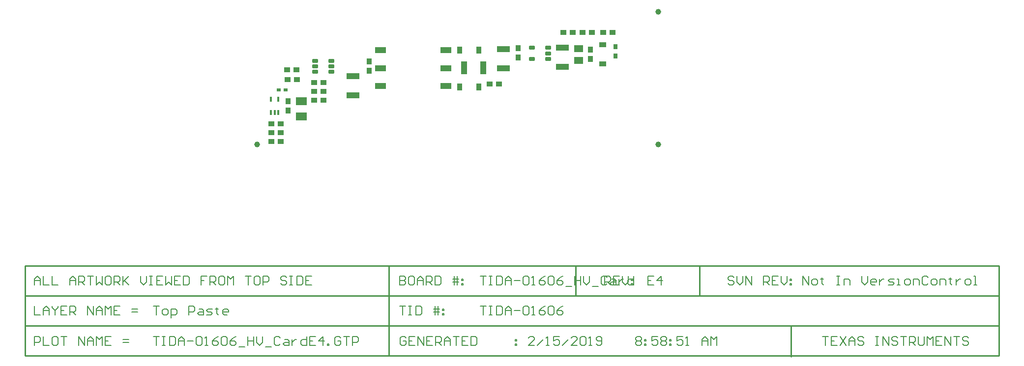
<source format=gtp>
G04*
G04 #@! TF.GenerationSoftware,Altium Limited,Altium Designer,18.1.9 (240)*
G04*
G04 Layer_Color=9021481*
%FSAX25Y25*%
%MOIN*%
G70*
G01*
G75*
%ADD10C,0.00800*%
%ADD21C,0.01000*%
%ADD22C,0.03937*%
%ADD23R,0.08661X0.04331*%
%ADD24R,0.03937X0.03740*%
%ADD25R,0.03740X0.03937*%
%ADD26R,0.06300X0.05000*%
%ADD27R,0.04331X0.08661*%
G04:AMPARAMS|DCode=28|XSize=31.5mil|YSize=29.53mil|CornerRadius=1.92mil|HoleSize=0mil|Usage=FLASHONLY|Rotation=90.000|XOffset=0mil|YOffset=0mil|HoleType=Round|Shape=RoundedRectangle|*
%AMROUNDEDRECTD28*
21,1,0.03150,0.02569,0,0,90.0*
21,1,0.02766,0.02953,0,0,90.0*
1,1,0.00384,0.01284,0.01383*
1,1,0.00384,0.01284,-0.01383*
1,1,0.00384,-0.01284,-0.01383*
1,1,0.00384,-0.01284,0.01383*
%
%ADD28ROUNDEDRECTD28*%
%ADD29R,0.04803X0.03602*%
%ADD30R,0.07480X0.04488*%
G04:AMPARAMS|DCode=31|XSize=23.62mil|YSize=39.37mil|CornerRadius=2.01mil|HoleSize=0mil|Usage=FLASHONLY|Rotation=270.000|XOffset=0mil|YOffset=0mil|HoleType=Round|Shape=RoundedRectangle|*
%AMROUNDEDRECTD31*
21,1,0.02362,0.03535,0,0,270.0*
21,1,0.01961,0.03937,0,0,270.0*
1,1,0.00402,-0.01768,-0.00980*
1,1,0.00402,-0.01768,0.00980*
1,1,0.00402,0.01768,0.00980*
1,1,0.00402,0.01768,-0.00980*
%
%ADD31ROUNDEDRECTD31*%
G04:AMPARAMS|DCode=32|XSize=70.87mil|YSize=55.12mil|CornerRadius=1.93mil|HoleSize=0mil|Usage=FLASHONLY|Rotation=0.000|XOffset=0mil|YOffset=0mil|HoleType=Round|Shape=RoundedRectangle|*
%AMROUNDEDRECTD32*
21,1,0.07087,0.05126,0,0,0.0*
21,1,0.06701,0.05512,0,0,0.0*
1,1,0.00386,0.03350,-0.02563*
1,1,0.00386,-0.03350,-0.02563*
1,1,0.00386,-0.03350,0.02563*
1,1,0.00386,0.03350,0.02563*
%
%ADD32ROUNDEDRECTD32*%
%ADD33R,0.03150X0.02362*%
G04:AMPARAMS|DCode=34|XSize=15.75mil|YSize=33.47mil|CornerRadius=1.97mil|HoleSize=0mil|Usage=FLASHONLY|Rotation=180.000|XOffset=0mil|YOffset=0mil|HoleType=Round|Shape=RoundedRectangle|*
%AMROUNDEDRECTD34*
21,1,0.01575,0.02953,0,0,180.0*
21,1,0.01181,0.03347,0,0,180.0*
1,1,0.00394,-0.00591,0.01476*
1,1,0.00394,0.00591,0.01476*
1,1,0.00394,0.00591,-0.01476*
1,1,0.00394,-0.00591,-0.01476*
%
%ADD34ROUNDEDRECTD34*%
%ADD35R,0.03602X0.04803*%
G54D10*
X0126900Y0073549D02*
X0130899D01*
X0128899D01*
Y0067551D01*
X0133898D02*
X0135897D01*
X0136897Y0068550D01*
Y0070550D01*
X0135897Y0071549D01*
X0133898D01*
X0132898Y0070550D01*
Y0068550D01*
X0133898Y0067551D01*
X0138896Y0065551D02*
Y0071549D01*
X0141895D01*
X0142895Y0070550D01*
Y0068550D01*
X0141895Y0067551D01*
X0138896D01*
X0150892D02*
Y0073549D01*
X0153891D01*
X0154891Y0072549D01*
Y0070550D01*
X0153891Y0069550D01*
X0150892D01*
X0157890Y0071549D02*
X0159889D01*
X0160889Y0070550D01*
Y0067551D01*
X0157890D01*
X0156890Y0068550D01*
X0157890Y0069550D01*
X0160889D01*
X0162888Y0067551D02*
X0165887D01*
X0166887Y0068550D01*
X0165887Y0069550D01*
X0163888D01*
X0162888Y0070550D01*
X0163888Y0071549D01*
X0166887D01*
X0169886Y0072549D02*
Y0071549D01*
X0168886D01*
X0170886D01*
X0169886D01*
Y0068550D01*
X0170886Y0067551D01*
X0176884D02*
X0174884D01*
X0173885Y0068550D01*
Y0070550D01*
X0174884Y0071549D01*
X0176884D01*
X0177884Y0070550D01*
Y0069550D01*
X0173885D01*
X0348550Y0073498D02*
X0352549D01*
X0350549D01*
Y0067500D01*
X0354548Y0073498D02*
X0356547D01*
X0355548D01*
Y0067500D01*
X0354548D01*
X0356547D01*
X0359546Y0073498D02*
Y0067500D01*
X0362545D01*
X0363545Y0068500D01*
Y0072498D01*
X0362545Y0073498D01*
X0359546D01*
X0365545Y0067500D02*
Y0071499D01*
X0367544Y0073498D01*
X0369543Y0071499D01*
Y0067500D01*
Y0070499D01*
X0365545D01*
X0371543D02*
X0375541D01*
X0377541Y0072498D02*
X0378540Y0073498D01*
X0380540D01*
X0381539Y0072498D01*
Y0068500D01*
X0380540Y0067500D01*
X0378540D01*
X0377541Y0068500D01*
Y0072498D01*
X0383539Y0067500D02*
X0385538D01*
X0384538D01*
Y0073498D01*
X0383539Y0072498D01*
X0392536Y0073498D02*
X0390536Y0072498D01*
X0388537Y0070499D01*
Y0068500D01*
X0389537Y0067500D01*
X0391536D01*
X0392536Y0068500D01*
Y0069499D01*
X0391536Y0070499D01*
X0388537D01*
X0394535Y0072498D02*
X0395535Y0073498D01*
X0397534D01*
X0398534Y0072498D01*
Y0068500D01*
X0397534Y0067500D01*
X0395535D01*
X0394535Y0068500D01*
Y0072498D01*
X0404532Y0073498D02*
X0402532Y0072498D01*
X0400533Y0070499D01*
Y0068500D01*
X0401533Y0067500D01*
X0403532D01*
X0404532Y0068500D01*
Y0069499D01*
X0403532Y0070499D01*
X0400533D01*
X0294000Y0073498D02*
X0297999D01*
X0295999D01*
Y0067500D01*
X0299998Y0073498D02*
X0301997D01*
X0300998D01*
Y0067500D01*
X0299998D01*
X0301997D01*
X0304996Y0073498D02*
Y0067500D01*
X0307996D01*
X0308995Y0068500D01*
Y0072498D01*
X0307996Y0073498D01*
X0304996D01*
X0317992Y0067500D02*
Y0073498D01*
X0319992D02*
Y0067500D01*
X0316993Y0071499D02*
X0319992D01*
X0320991D01*
X0316993Y0069499D02*
X0320991D01*
X0322991Y0071499D02*
X0323990D01*
Y0070499D01*
X0322991D01*
Y0071499D01*
Y0068500D02*
X0323990D01*
Y0067500D01*
X0322991D01*
Y0068500D01*
X0580500Y0052965D02*
X0584499D01*
X0582499D01*
Y0046966D01*
X0590497Y0052965D02*
X0586498D01*
Y0046966D01*
X0590497D01*
X0586498Y0049966D02*
X0588497D01*
X0592496Y0052965D02*
X0596495Y0046966D01*
Y0052965D02*
X0592496Y0046966D01*
X0598494D02*
Y0050965D01*
X0600493Y0052965D01*
X0602493Y0050965D01*
Y0046966D01*
Y0049966D01*
X0598494D01*
X0608491Y0051965D02*
X0607491Y0052965D01*
X0605492D01*
X0604492Y0051965D01*
Y0050965D01*
X0605492Y0049966D01*
X0607491D01*
X0608491Y0048966D01*
Y0047966D01*
X0607491Y0046966D01*
X0605492D01*
X0604492Y0047966D01*
X0616488Y0052965D02*
X0618488D01*
X0617488D01*
Y0046966D01*
X0616488D01*
X0618488D01*
X0621487D02*
Y0052965D01*
X0625486Y0046966D01*
Y0052965D01*
X0631484Y0051965D02*
X0630484Y0052965D01*
X0628484D01*
X0627485Y0051965D01*
Y0050965D01*
X0628484Y0049966D01*
X0630484D01*
X0631484Y0048966D01*
Y0047966D01*
X0630484Y0046966D01*
X0628484D01*
X0627485Y0047966D01*
X0633483Y0052965D02*
X0637482D01*
X0635482D01*
Y0046966D01*
X0639481D02*
Y0052965D01*
X0642480D01*
X0643480Y0051965D01*
Y0049966D01*
X0642480Y0048966D01*
X0639481D01*
X0641480D02*
X0643480Y0046966D01*
X0645479Y0052965D02*
Y0047966D01*
X0646479Y0046966D01*
X0648478D01*
X0649478Y0047966D01*
Y0052965D01*
X0651477Y0046966D02*
Y0052965D01*
X0653476Y0050965D01*
X0655476Y0052965D01*
Y0046966D01*
X0661474Y0052965D02*
X0657475D01*
Y0046966D01*
X0661474D01*
X0657475Y0049966D02*
X0659474D01*
X0663473Y0046966D02*
Y0052965D01*
X0667472Y0046966D01*
Y0052965D01*
X0669471D02*
X0673470D01*
X0671471D01*
Y0046966D01*
X0679468Y0051965D02*
X0678468Y0052965D01*
X0676469D01*
X0675469Y0051965D01*
Y0050965D01*
X0676469Y0049966D01*
X0678468D01*
X0679468Y0048966D01*
Y0047966D01*
X0678468Y0046966D01*
X0676469D01*
X0675469Y0047966D01*
X0454050Y0051965D02*
X0455050Y0052965D01*
X0457049D01*
X0458049Y0051965D01*
Y0050965D01*
X0457049Y0049966D01*
X0458049Y0048966D01*
Y0047966D01*
X0457049Y0046966D01*
X0455050D01*
X0454050Y0047966D01*
Y0048966D01*
X0455050Y0049966D01*
X0454050Y0050965D01*
Y0051965D01*
X0455050Y0049966D02*
X0457049D01*
X0460048Y0050965D02*
X0461048D01*
Y0049966D01*
X0460048D01*
Y0050965D01*
Y0047966D02*
X0461048D01*
Y0046966D01*
X0460048D01*
Y0047966D01*
X0469045Y0052965D02*
X0465046D01*
Y0049966D01*
X0467046Y0050965D01*
X0468046D01*
X0469045Y0049966D01*
Y0047966D01*
X0468046Y0046966D01*
X0466046D01*
X0465046Y0047966D01*
X0471044Y0051965D02*
X0472044Y0052965D01*
X0474044D01*
X0475043Y0051965D01*
Y0050965D01*
X0474044Y0049966D01*
X0475043Y0048966D01*
Y0047966D01*
X0474044Y0046966D01*
X0472044D01*
X0471044Y0047966D01*
Y0048966D01*
X0472044Y0049966D01*
X0471044Y0050965D01*
Y0051965D01*
X0472044Y0049966D02*
X0474044D01*
X0477043Y0050965D02*
X0478042D01*
Y0049966D01*
X0477043D01*
Y0050965D01*
Y0047966D02*
X0478042D01*
Y0046966D01*
X0477043D01*
Y0047966D01*
X0486040Y0052965D02*
X0482041D01*
Y0049966D01*
X0484040Y0050965D01*
X0485040D01*
X0486040Y0049966D01*
Y0047966D01*
X0485040Y0046966D01*
X0483041D01*
X0482041Y0047966D01*
X0488039Y0046966D02*
X0490038D01*
X0489039D01*
Y0052965D01*
X0488039Y0051965D01*
X0499035Y0046966D02*
Y0050965D01*
X0501035Y0052965D01*
X0503034Y0050965D01*
Y0046966D01*
Y0049966D01*
X0499035D01*
X0505033Y0046966D02*
Y0052965D01*
X0507033Y0050965D01*
X0509032Y0052965D01*
Y0046966D01*
X0046350D02*
Y0052965D01*
X0049349D01*
X0050349Y0051965D01*
Y0049966D01*
X0049349Y0048966D01*
X0046350D01*
X0052348Y0052965D02*
Y0046966D01*
X0056347D01*
X0061345Y0052965D02*
X0059346D01*
X0058346Y0051965D01*
Y0047966D01*
X0059346Y0046966D01*
X0061345D01*
X0062345Y0047966D01*
Y0051965D01*
X0061345Y0052965D01*
X0064344D02*
X0068343D01*
X0066343D01*
Y0046966D01*
X0076340D02*
Y0052965D01*
X0080339Y0046966D01*
Y0052965D01*
X0082338Y0046966D02*
Y0050965D01*
X0084338Y0052965D01*
X0086337Y0050965D01*
Y0046966D01*
Y0049966D01*
X0082338D01*
X0088336Y0046966D02*
Y0052965D01*
X0090336Y0050965D01*
X0092335Y0052965D01*
Y0046966D01*
X0098333Y0052965D02*
X0094335D01*
Y0046966D01*
X0098333D01*
X0094335Y0049966D02*
X0096334D01*
X0106331Y0048966D02*
X0110329D01*
X0106331Y0050965D02*
X0110329D01*
X0046350Y0073549D02*
Y0067551D01*
X0050349D01*
X0052348D02*
Y0071549D01*
X0054347Y0073549D01*
X0056347Y0071549D01*
Y0067551D01*
Y0070550D01*
X0052348D01*
X0058346Y0073549D02*
Y0072549D01*
X0060346Y0070550D01*
X0062345Y0072549D01*
Y0073549D01*
X0060346Y0070550D02*
Y0067551D01*
X0068343Y0073549D02*
X0064344D01*
Y0067551D01*
X0068343D01*
X0064344Y0070550D02*
X0066343D01*
X0070342Y0067551D02*
Y0073549D01*
X0073341D01*
X0074341Y0072549D01*
Y0070550D01*
X0073341Y0069550D01*
X0070342D01*
X0072342D02*
X0074341Y0067551D01*
X0082338D02*
Y0073549D01*
X0086337Y0067551D01*
Y0073549D01*
X0088336Y0067551D02*
Y0071549D01*
X0090336Y0073549D01*
X0092335Y0071549D01*
Y0067551D01*
Y0070550D01*
X0088336D01*
X0094335Y0067551D02*
Y0073549D01*
X0096334Y0071549D01*
X0098333Y0073549D01*
Y0067551D01*
X0104331Y0073549D02*
X0100332D01*
Y0067551D01*
X0104331D01*
X0100332Y0070550D02*
X0102332D01*
X0112329Y0069550D02*
X0116327D01*
X0112329Y0071549D02*
X0116327D01*
X0294000Y0093831D02*
Y0087833D01*
X0296999D01*
X0297999Y0088833D01*
Y0089833D01*
X0296999Y0090832D01*
X0294000D01*
X0296999D01*
X0297999Y0091832D01*
Y0092832D01*
X0296999Y0093831D01*
X0294000D01*
X0302997D02*
X0300998D01*
X0299998Y0092832D01*
Y0088833D01*
X0300998Y0087833D01*
X0302997D01*
X0303997Y0088833D01*
Y0092832D01*
X0302997Y0093831D01*
X0305996Y0087833D02*
Y0091832D01*
X0307996Y0093831D01*
X0309995Y0091832D01*
Y0087833D01*
Y0090832D01*
X0305996D01*
X0311994Y0087833D02*
Y0093831D01*
X0314993D01*
X0315993Y0092832D01*
Y0090832D01*
X0314993Y0089833D01*
X0311994D01*
X0313994D02*
X0315993Y0087833D01*
X0317992Y0093831D02*
Y0087833D01*
X0320991D01*
X0321991Y0088833D01*
Y0092832D01*
X0320991Y0093831D01*
X0317992D01*
X0330988Y0087833D02*
Y0093831D01*
X0332987D02*
Y0087833D01*
X0329988Y0091832D02*
X0332987D01*
X0333987D01*
X0329988Y0089833D02*
X0333987D01*
X0335986Y0091832D02*
X0336986D01*
Y0090832D01*
X0335986D01*
Y0091832D01*
Y0088833D02*
X0336986D01*
Y0087833D01*
X0335986D01*
Y0088833D01*
X0348550Y0093831D02*
X0352549D01*
X0350549D01*
Y0087833D01*
X0354548Y0093831D02*
X0356547D01*
X0355548D01*
Y0087833D01*
X0354548D01*
X0356547D01*
X0359546Y0093831D02*
Y0087833D01*
X0362545D01*
X0363545Y0088833D01*
Y0092832D01*
X0362545Y0093831D01*
X0359546D01*
X0365545Y0087833D02*
Y0091832D01*
X0367544Y0093831D01*
X0369543Y0091832D01*
Y0087833D01*
Y0090832D01*
X0365545D01*
X0371543D02*
X0375541D01*
X0377541Y0092832D02*
X0378540Y0093831D01*
X0380540D01*
X0381539Y0092832D01*
Y0088833D01*
X0380540Y0087833D01*
X0378540D01*
X0377541Y0088833D01*
Y0092832D01*
X0383539Y0087833D02*
X0385538D01*
X0384538D01*
Y0093831D01*
X0383539Y0092832D01*
X0392536Y0093831D02*
X0390536Y0092832D01*
X0388537Y0090832D01*
Y0088833D01*
X0389537Y0087833D01*
X0391536D01*
X0392536Y0088833D01*
Y0089833D01*
X0391536Y0090832D01*
X0388537D01*
X0394535Y0092832D02*
X0395535Y0093831D01*
X0397534D01*
X0398534Y0092832D01*
Y0088833D01*
X0397534Y0087833D01*
X0395535D01*
X0394535Y0088833D01*
Y0092832D01*
X0404532Y0093831D02*
X0402532Y0092832D01*
X0400533Y0090832D01*
Y0088833D01*
X0401533Y0087833D01*
X0403532D01*
X0404532Y0088833D01*
Y0089833D01*
X0403532Y0090832D01*
X0400533D01*
X0406531Y0086834D02*
X0410530D01*
X0412529Y0093831D02*
Y0087833D01*
Y0090832D01*
X0416528D01*
Y0093831D01*
Y0087833D01*
X0418527Y0093831D02*
Y0089833D01*
X0420527Y0087833D01*
X0422526Y0089833D01*
Y0093831D01*
X0424525Y0086834D02*
X0428524D01*
X0434522Y0092832D02*
X0433523Y0093831D01*
X0431523D01*
X0430523Y0092832D01*
Y0088833D01*
X0431523Y0087833D01*
X0433523D01*
X0434522Y0088833D01*
X0437521Y0091832D02*
X0439521D01*
X0440520Y0090832D01*
Y0087833D01*
X0437521D01*
X0436521Y0088833D01*
X0437521Y0089833D01*
X0440520D01*
X0442520Y0091832D02*
Y0087833D01*
Y0089833D01*
X0443519Y0090832D01*
X0444519Y0091832D01*
X0445519D01*
X0452516Y0093831D02*
Y0087833D01*
X0449517D01*
X0448518Y0088833D01*
Y0090832D01*
X0449517Y0091832D01*
X0452516D01*
X0466149Y0093831D02*
X0462150D01*
Y0087833D01*
X0466149D01*
X0462150Y0090832D02*
X0464149D01*
X0471147Y0087833D02*
Y0093831D01*
X0468148Y0090832D01*
X0472147D01*
X0046350Y0087833D02*
Y0091832D01*
X0048349Y0093831D01*
X0050349Y0091832D01*
Y0087833D01*
Y0090832D01*
X0046350D01*
X0052348Y0093831D02*
Y0087833D01*
X0056347D01*
X0058346Y0093831D02*
Y0087833D01*
X0062345D01*
X0070342D02*
Y0091832D01*
X0072342Y0093831D01*
X0074341Y0091832D01*
Y0087833D01*
Y0090832D01*
X0070342D01*
X0076340Y0087833D02*
Y0093831D01*
X0079339D01*
X0080339Y0092832D01*
Y0090832D01*
X0079339Y0089833D01*
X0076340D01*
X0078340D02*
X0080339Y0087833D01*
X0082338Y0093831D02*
X0086337D01*
X0084338D01*
Y0087833D01*
X0088336Y0093831D02*
Y0087833D01*
X0090336Y0089833D01*
X0092335Y0087833D01*
Y0093831D01*
X0097334D02*
X0095334D01*
X0094335Y0092832D01*
Y0088833D01*
X0095334Y0087833D01*
X0097334D01*
X0098333Y0088833D01*
Y0092832D01*
X0097334Y0093831D01*
X0100332Y0087833D02*
Y0093831D01*
X0103332D01*
X0104331Y0092832D01*
Y0090832D01*
X0103332Y0089833D01*
X0100332D01*
X0102332D02*
X0104331Y0087833D01*
X0106331Y0093831D02*
Y0087833D01*
Y0089833D01*
X0110329Y0093831D01*
X0107330Y0090832D01*
X0110329Y0087833D01*
X0118327Y0093831D02*
Y0089833D01*
X0120326Y0087833D01*
X0122325Y0089833D01*
Y0093831D01*
X0124325D02*
X0126324D01*
X0125324D01*
Y0087833D01*
X0124325D01*
X0126324D01*
X0133322Y0093831D02*
X0129323D01*
Y0087833D01*
X0133322D01*
X0129323Y0090832D02*
X0131323D01*
X0135321Y0093831D02*
Y0087833D01*
X0137321Y0089833D01*
X0139320Y0087833D01*
Y0093831D01*
X0145318D02*
X0141319D01*
Y0087833D01*
X0145318D01*
X0141319Y0090832D02*
X0143319D01*
X0147317Y0093831D02*
Y0087833D01*
X0150316D01*
X0151316Y0088833D01*
Y0092832D01*
X0150316Y0093831D01*
X0147317D01*
X0163312D02*
X0159313D01*
Y0090832D01*
X0161313D01*
X0159313D01*
Y0087833D01*
X0165312D02*
Y0093831D01*
X0168310D01*
X0169310Y0092832D01*
Y0090832D01*
X0168310Y0089833D01*
X0165312D01*
X0167311D02*
X0169310Y0087833D01*
X0174309Y0093831D02*
X0172309D01*
X0171310Y0092832D01*
Y0088833D01*
X0172309Y0087833D01*
X0174309D01*
X0175308Y0088833D01*
Y0092832D01*
X0174309Y0093831D01*
X0177308Y0087833D02*
Y0093831D01*
X0179307Y0091832D01*
X0181306Y0093831D01*
Y0087833D01*
X0189304Y0093831D02*
X0193303D01*
X0191303D01*
Y0087833D01*
X0198301Y0093831D02*
X0196301D01*
X0195302Y0092832D01*
Y0088833D01*
X0196301Y0087833D01*
X0198301D01*
X0199301Y0088833D01*
Y0092832D01*
X0198301Y0093831D01*
X0201300Y0087833D02*
Y0093831D01*
X0204299D01*
X0205299Y0092832D01*
Y0090832D01*
X0204299Y0089833D01*
X0201300D01*
X0217295Y0092832D02*
X0216295Y0093831D01*
X0214296D01*
X0213296Y0092832D01*
Y0091832D01*
X0214296Y0090832D01*
X0216295D01*
X0217295Y0089833D01*
Y0088833D01*
X0216295Y0087833D01*
X0214296D01*
X0213296Y0088833D01*
X0219294Y0093831D02*
X0221293D01*
X0220294D01*
Y0087833D01*
X0219294D01*
X0221293D01*
X0224292Y0093831D02*
Y0087833D01*
X0227291D01*
X0228291Y0088833D01*
Y0092832D01*
X0227291Y0093831D01*
X0224292D01*
X0234289D02*
X0230291D01*
Y0087833D01*
X0234289D01*
X0230291Y0090832D02*
X0232290D01*
X0298199Y0051965D02*
X0297199Y0052965D01*
X0295200D01*
X0294200Y0051965D01*
Y0047966D01*
X0295200Y0046966D01*
X0297199D01*
X0298199Y0047966D01*
Y0049966D01*
X0296199D01*
X0304197Y0052965D02*
X0300198D01*
Y0046966D01*
X0304197D01*
X0300198Y0049966D02*
X0302197D01*
X0306196Y0046966D02*
Y0052965D01*
X0310195Y0046966D01*
Y0052965D01*
X0316193D02*
X0312194D01*
Y0046966D01*
X0316193D01*
X0312194Y0049966D02*
X0314194D01*
X0318192Y0046966D02*
Y0052965D01*
X0321191D01*
X0322191Y0051965D01*
Y0049966D01*
X0321191Y0048966D01*
X0318192D01*
X0320192D02*
X0322191Y0046966D01*
X0324190D02*
Y0050965D01*
X0326190Y0052965D01*
X0328189Y0050965D01*
Y0046966D01*
Y0049966D01*
X0324190D01*
X0330188Y0052965D02*
X0334187D01*
X0332188D01*
Y0046966D01*
X0340185Y0052965D02*
X0336186D01*
Y0046966D01*
X0340185D01*
X0336186Y0049966D02*
X0338186D01*
X0342184Y0052965D02*
Y0046966D01*
X0345183D01*
X0346183Y0047966D01*
Y0051965D01*
X0345183Y0052965D01*
X0342184D01*
X0372175Y0050965D02*
X0373175D01*
Y0049966D01*
X0372175D01*
Y0050965D01*
Y0047966D02*
X0373175D01*
Y0046966D01*
X0372175D01*
Y0047966D01*
X0385149Y0046966D02*
X0381150D01*
X0385149Y0050965D01*
Y0051965D01*
X0384149Y0052965D01*
X0382150D01*
X0381150Y0051965D01*
X0387148Y0046966D02*
X0391147Y0050965D01*
X0393146Y0046966D02*
X0395146D01*
X0394146D01*
Y0052965D01*
X0393146Y0051965D01*
X0402143Y0052965D02*
X0398145D01*
Y0049966D01*
X0400144Y0050965D01*
X0401144D01*
X0402143Y0049966D01*
Y0047966D01*
X0401144Y0046966D01*
X0399144D01*
X0398145Y0047966D01*
X0404143Y0046966D02*
X0408141Y0050965D01*
X0414139Y0046966D02*
X0410141D01*
X0414139Y0050965D01*
Y0051965D01*
X0413140Y0052965D01*
X0411140D01*
X0410141Y0051965D01*
X0416139D02*
X0417138Y0052965D01*
X0419138D01*
X0420137Y0051965D01*
Y0047966D01*
X0419138Y0046966D01*
X0417138D01*
X0416139Y0047966D01*
Y0051965D01*
X0422137Y0046966D02*
X0424136D01*
X0423136D01*
Y0052965D01*
X0422137Y0051965D01*
X0427135Y0047966D02*
X0428135Y0046966D01*
X0430134D01*
X0431134Y0047966D01*
Y0051965D01*
X0430134Y0052965D01*
X0428135D01*
X0427135Y0051965D01*
Y0050965D01*
X0428135Y0049966D01*
X0431134D01*
X0126900Y0052965D02*
X0130899D01*
X0128899D01*
Y0046966D01*
X0132898Y0052965D02*
X0134897D01*
X0133898D01*
Y0046966D01*
X0132898D01*
X0134897D01*
X0137896Y0052965D02*
Y0046966D01*
X0140895D01*
X0141895Y0047966D01*
Y0051965D01*
X0140895Y0052965D01*
X0137896D01*
X0143895Y0046966D02*
Y0050965D01*
X0145894Y0052965D01*
X0147893Y0050965D01*
Y0046966D01*
Y0049966D01*
X0143895D01*
X0149893D02*
X0153891D01*
X0155891Y0051965D02*
X0156890Y0052965D01*
X0158890D01*
X0159889Y0051965D01*
Y0047966D01*
X0158890Y0046966D01*
X0156890D01*
X0155891Y0047966D01*
Y0051965D01*
X0161889Y0046966D02*
X0163888D01*
X0162888D01*
Y0052965D01*
X0161889Y0051965D01*
X0170886Y0052965D02*
X0168886Y0051965D01*
X0166887Y0049966D01*
Y0047966D01*
X0167887Y0046966D01*
X0169886D01*
X0170886Y0047966D01*
Y0048966D01*
X0169886Y0049966D01*
X0166887D01*
X0172885Y0051965D02*
X0173885Y0052965D01*
X0175884D01*
X0176884Y0051965D01*
Y0047966D01*
X0175884Y0046966D01*
X0173885D01*
X0172885Y0047966D01*
Y0051965D01*
X0182882Y0052965D02*
X0180883Y0051965D01*
X0178883Y0049966D01*
Y0047966D01*
X0179883Y0046966D01*
X0181882D01*
X0182882Y0047966D01*
Y0048966D01*
X0181882Y0049966D01*
X0178883D01*
X0184881Y0045967D02*
X0188880D01*
X0190879Y0052965D02*
Y0046966D01*
Y0049966D01*
X0194878D01*
Y0052965D01*
Y0046966D01*
X0196877Y0052965D02*
Y0048966D01*
X0198877Y0046966D01*
X0200876Y0048966D01*
Y0052965D01*
X0202875Y0045967D02*
X0206874D01*
X0212872Y0051965D02*
X0211873Y0052965D01*
X0209873D01*
X0208874Y0051965D01*
Y0047966D01*
X0209873Y0046966D01*
X0211873D01*
X0212872Y0047966D01*
X0215871Y0050965D02*
X0217871D01*
X0218870Y0049966D01*
Y0046966D01*
X0215871D01*
X0214872Y0047966D01*
X0215871Y0048966D01*
X0218870D01*
X0220870Y0050965D02*
Y0046966D01*
Y0048966D01*
X0221869Y0049966D01*
X0222869Y0050965D01*
X0223869D01*
X0230866Y0052965D02*
Y0046966D01*
X0227867D01*
X0226868Y0047966D01*
Y0049966D01*
X0227867Y0050965D01*
X0230866D01*
X0236864Y0052965D02*
X0232866D01*
Y0046966D01*
X0236864D01*
X0232866Y0049966D02*
X0234865D01*
X0241863Y0046966D02*
Y0052965D01*
X0238864Y0049966D01*
X0242863D01*
X0244862Y0046966D02*
Y0047966D01*
X0245862D01*
Y0046966D01*
X0244862D01*
X0253859Y0051965D02*
X0252859Y0052965D01*
X0250860D01*
X0249860Y0051965D01*
Y0047966D01*
X0250860Y0046966D01*
X0252859D01*
X0253859Y0047966D01*
Y0049966D01*
X0251860D01*
X0255858Y0052965D02*
X0259857D01*
X0257858D01*
Y0046966D01*
X0261856D02*
Y0052965D01*
X0264855D01*
X0265855Y0051965D01*
Y0049966D01*
X0264855Y0048966D01*
X0261856D01*
X0433000Y0087833D02*
Y0093831D01*
X0435999D01*
X0436999Y0092832D01*
Y0090832D01*
X0435999Y0089833D01*
X0433000D01*
X0434999D02*
X0436999Y0087833D01*
X0442997Y0093831D02*
X0438998D01*
Y0087833D01*
X0442997D01*
X0438998Y0090832D02*
X0440997D01*
X0444996Y0093831D02*
Y0089833D01*
X0446995Y0087833D01*
X0448995Y0089833D01*
Y0093831D01*
X0450994Y0091832D02*
X0451994D01*
Y0090832D01*
X0450994D01*
Y0091832D01*
Y0088833D02*
X0451994D01*
Y0087833D01*
X0450994D01*
Y0088833D01*
X0520799Y0092832D02*
X0519799Y0093831D01*
X0517800D01*
X0516800Y0092832D01*
Y0091832D01*
X0517800Y0090832D01*
X0519799D01*
X0520799Y0089833D01*
Y0088833D01*
X0519799Y0087833D01*
X0517800D01*
X0516800Y0088833D01*
X0522798Y0093831D02*
Y0089833D01*
X0524797Y0087833D01*
X0526797Y0089833D01*
Y0093831D01*
X0528796Y0087833D02*
Y0093831D01*
X0532795Y0087833D01*
Y0093831D01*
X0540792Y0087833D02*
Y0093831D01*
X0543791D01*
X0544791Y0092832D01*
Y0090832D01*
X0543791Y0089833D01*
X0540792D01*
X0542792D02*
X0544791Y0087833D01*
X0550789Y0093831D02*
X0546790D01*
Y0087833D01*
X0550789D01*
X0546790Y0090832D02*
X0548790D01*
X0552788Y0093831D02*
Y0089833D01*
X0554788Y0087833D01*
X0556787Y0089833D01*
Y0093831D01*
X0558786Y0091832D02*
X0559786D01*
Y0090832D01*
X0558786D01*
Y0091832D01*
Y0088833D02*
X0559786D01*
Y0087833D01*
X0558786D01*
Y0088833D01*
X0567400Y0087833D02*
Y0093831D01*
X0571399Y0087833D01*
Y0093831D01*
X0574398Y0087833D02*
X0576397D01*
X0577397Y0088833D01*
Y0090832D01*
X0576397Y0091832D01*
X0574398D01*
X0573398Y0090832D01*
Y0088833D01*
X0574398Y0087833D01*
X0580396Y0092832D02*
Y0091832D01*
X0579396D01*
X0581395D01*
X0580396D01*
Y0088833D01*
X0581395Y0087833D01*
X0590393Y0093831D02*
X0592392D01*
X0591392D01*
Y0087833D01*
X0590393D01*
X0592392D01*
X0595391D02*
Y0091832D01*
X0598390D01*
X0599390Y0090832D01*
Y0087833D01*
X0607387Y0093831D02*
Y0089833D01*
X0609386Y0087833D01*
X0611386Y0089833D01*
Y0093831D01*
X0616384Y0087833D02*
X0614385D01*
X0613385Y0088833D01*
Y0090832D01*
X0614385Y0091832D01*
X0616384D01*
X0617384Y0090832D01*
Y0089833D01*
X0613385D01*
X0619383Y0091832D02*
Y0087833D01*
Y0089833D01*
X0620383Y0090832D01*
X0621383Y0091832D01*
X0622382D01*
X0625381Y0087833D02*
X0628380D01*
X0629380Y0088833D01*
X0628380Y0089833D01*
X0626381D01*
X0625381Y0090832D01*
X0626381Y0091832D01*
X0629380D01*
X0631379Y0087833D02*
X0633379D01*
X0632379D01*
Y0091832D01*
X0631379D01*
X0637377Y0087833D02*
X0639377D01*
X0640376Y0088833D01*
Y0090832D01*
X0639377Y0091832D01*
X0637377D01*
X0636378Y0090832D01*
Y0088833D01*
X0637377Y0087833D01*
X0642376D02*
Y0091832D01*
X0645375D01*
X0646374Y0090832D01*
Y0087833D01*
X0652373Y0092832D02*
X0651373Y0093831D01*
X0649373D01*
X0648374Y0092832D01*
Y0088833D01*
X0649373Y0087833D01*
X0651373D01*
X0652373Y0088833D01*
X0655372Y0087833D02*
X0657371D01*
X0658371Y0088833D01*
Y0090832D01*
X0657371Y0091832D01*
X0655372D01*
X0654372Y0090832D01*
Y0088833D01*
X0655372Y0087833D01*
X0660370D02*
Y0091832D01*
X0663369D01*
X0664369Y0090832D01*
Y0087833D01*
X0667368Y0092832D02*
Y0091832D01*
X0666368D01*
X0668367D01*
X0667368D01*
Y0088833D01*
X0668367Y0087833D01*
X0671366Y0091832D02*
Y0087833D01*
Y0089833D01*
X0672366Y0090832D01*
X0673366Y0091832D01*
X0674365D01*
X0678364Y0087833D02*
X0680364D01*
X0681363Y0088833D01*
Y0090832D01*
X0680364Y0091832D01*
X0678364D01*
X0677364Y0090832D01*
Y0088833D01*
X0678364Y0087833D01*
X0683362D02*
X0685362D01*
X0684362D01*
Y0093831D01*
X0683362D01*
G54D21*
X0559400Y0039400D02*
Y0059683D01*
X0440500Y0040050D02*
X0700200D01*
Y0101050D01*
X0286500Y0040050D02*
Y0101050D01*
X0040000Y0040050D02*
Y0101050D01*
X0040050Y0040050D02*
X0197600D01*
X0040050D02*
Y0101050D01*
Y0101050D02*
X0700200D01*
X0040000Y0040050D02*
X0440500D01*
X0040000Y0060383D02*
X0700000D01*
X0040000Y0080717D02*
X0700200D01*
X0413200D02*
Y0101050D01*
X0497200Y0080717D02*
Y0101050D01*
G54D22*
X0469200Y0183400D02*
D03*
X0197200D02*
D03*
X0469200Y0273400D02*
D03*
G54D23*
X0262200Y0216641D02*
D03*
Y0229633D02*
D03*
X0364200Y0234904D02*
D03*
Y0247896D02*
D03*
X0404200Y0235904D02*
D03*
Y0248896D02*
D03*
G54D24*
X0242350Y0219400D02*
D03*
X0236050D02*
D03*
X0361350Y0224400D02*
D03*
X0355050D02*
D03*
X0236050Y0213400D02*
D03*
X0242350D02*
D03*
X0438200Y0259400D02*
D03*
X0431901D02*
D03*
X0236050Y0225400D02*
D03*
X0242350D02*
D03*
X0207050Y0191279D02*
D03*
X0213350D02*
D03*
X0213350Y0197400D02*
D03*
X0207050D02*
D03*
X0217862Y0227326D02*
D03*
X0224161D02*
D03*
X0213350Y0185171D02*
D03*
X0207050D02*
D03*
X0223922Y0233909D02*
D03*
X0217623D02*
D03*
X0424200Y0259400D02*
D03*
X0417901D02*
D03*
X0411200D02*
D03*
X0404901D02*
D03*
G54D25*
X0273200Y0233250D02*
D03*
Y0239550D02*
D03*
X0374200Y0242250D02*
D03*
Y0248550D02*
D03*
X0423200Y0241250D02*
D03*
Y0247550D02*
D03*
X0218200Y0206250D02*
D03*
Y0212550D02*
D03*
G54D26*
X0415340Y0240400D02*
D03*
Y0248400D02*
D03*
G54D27*
X0350719Y0235155D02*
D03*
X0337727D02*
D03*
G54D28*
X0440200Y0243250D02*
D03*
Y0249550D02*
D03*
G54D29*
X0431650Y0237968D02*
D03*
Y0250861D02*
D03*
G54D30*
X0325464Y0247153D02*
D03*
Y0235145D02*
D03*
Y0223137D02*
D03*
X0280936D02*
D03*
Y0235145D02*
D03*
Y0247153D02*
D03*
G54D31*
X0247613Y0232660D02*
D03*
Y0236400D02*
D03*
Y0240140D02*
D03*
X0236787D02*
D03*
Y0236400D02*
D03*
Y0232660D02*
D03*
X0383787Y0241405D02*
D03*
Y0248885D02*
D03*
X0394613D02*
D03*
Y0245145D02*
D03*
Y0241405D02*
D03*
G54D32*
X0227200Y0202282D02*
D03*
Y0212518D02*
D03*
G54D33*
X0216562Y0220400D02*
D03*
X0211838D02*
D03*
G54D34*
X0206641Y0204971D02*
D03*
X0209200D02*
D03*
X0211759D02*
D03*
Y0213829D02*
D03*
X0206641D02*
D03*
G54D35*
X0334753Y0222400D02*
D03*
X0347647D02*
D03*
X0334753Y0247400D02*
D03*
X0347647D02*
D03*
M02*

</source>
